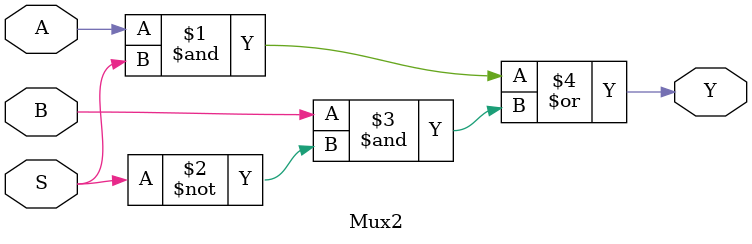
<source format=v>
/*
 * Mux2.v
 * 
 * "Simple 2 multiplexer- basic building block for many circuits"
 */
module Mux2 (
    // Input signals.
    input  A,
    input  B,
    
    // Control signal.
    input  S,
    
    // Output signal.
    output Y
);

///////////////////////////////////////////
// -- Connections/Combinational Logic -- //
///////////////////////////////////////////

//------------------------------------------------------------------------------
// Basic computation- implements "Y = (S) ? A : B;".
assign Y = (A & S) | (B & ~S);

endmodule

</source>
